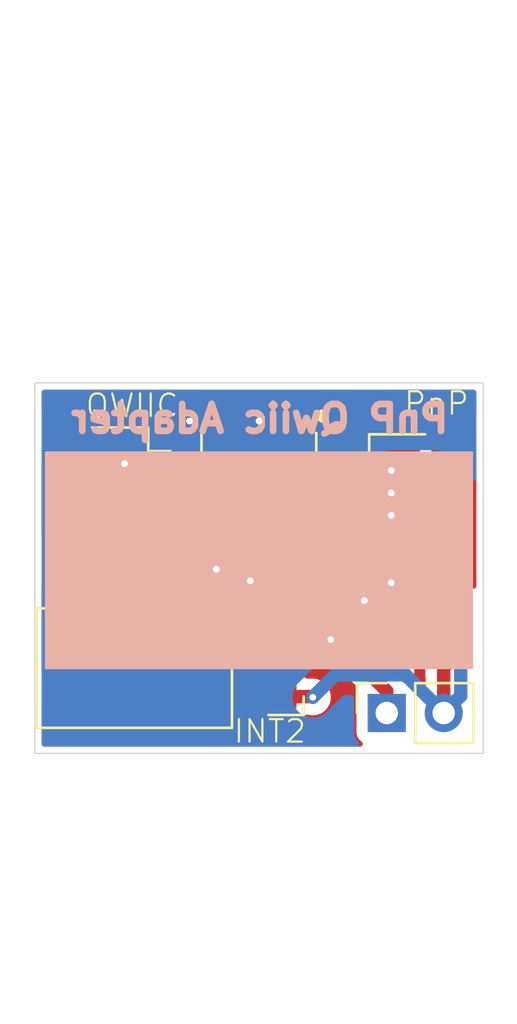
<source format=kicad_pcb>
(kicad_pcb (version 20240108) (generator "pcbnew") (generator_version "8.0")
  (title_block (title "PlugAndPlay QWIIC adapter") (date "2025-05-18") (rev "2") (company "A.B. Yazamut"))
  (layers (0 "F.Cu" signal) (31 "B.Cu" signal) (34 "B.Paste" user) (35 "F.Paste" user) (36 "B.SilkS" user "B.Silkscreen") (37 "F.SilkS" user "F.Silkscreen") (38 "B.Mask" user) (39 "F.Mask" user) (44 "Edge.Cuts" user))
  (net 0 "")
  (net 1 "VCC")
  (net 2 "GND")
  (net 3 "INT1")
  (net 4 "SDA")
  (net 5 "SCL")
  (net 6 "INT2")
  (footprint "Resistor_SMD:R_0603_1608Metric" (layer "F.Cu") (at 108 51.3)
    (property "Reference" "R1" (hide yes))
    (property "Value" "10K" (hide yes))
    (fp_line (start -0.237258 -0.5225) (end 0.237258 -0.5225) (stroke (width 0.12)) (layer "F.SilkS"))
    (fp_line (start -0.237258 0.5225) (end 0.237258 0.5225) (stroke (width 0.12)) (layer "F.SilkS"))
    (pad "1" smd roundrect (at -0.825 0) (size 0.8 0.95) (layers "F.Cu" "F.Paste" "F.Mask") (net 1 "VCC"))
    (pad "2" smd roundrect (at 0.825 0) (size 0.8 0.95) (layers "F.Cu" "F.Paste" "F.Mask") (net 6 "INT2"))
  )
  (footprint "Resistor_SMD:R_0603_1608Metric" (layer "F.Cu") (at 104.9 51.3 180)
    (property "Reference" "R2" (hide yes))
    (property "Value" "10K" (hide yes))
    (fp_line (start -0.237258 0.5225) (end 0.237258 0.5225) (stroke (width 0.12)) (layer "F.SilkS"))
    (fp_line (start -0.237258 -0.5225) (end 0.237258 -0.5225) (stroke (width 0.12)) (layer "F.SilkS"))
    (pad "1" smd roundrect (at -0.825 0 180) (size 0.8 0.95) (layers "F.Cu" "F.Paste" "F.Mask") (net 1 "VCC"))
    (pad "2" smd roundrect (at 0.825 0 180) (size 0.8 0.95) (layers "F.Cu" "F.Paste" "F.Mask") (net 3 "INT1"))
  )
  (footprint "Connector_JST:JST_SH_SM06B-SRSS-TB_1x06-1MP_P1.00mm_Horizontal" (layer "F.Cu") (at 106.7 45.6 90)
    (property "Reference" "J1" (hide yes))
    (property "Value" "JST_SH_SM06B-SRSS-TB_1x06-1MP_P1.00mm_Horizontal")
    (fp_line (start 4.11 -1.785) (end 3.06 -1.785) (stroke (width 0.12)) (layer "F.SilkS"))
    (fp_line (start -3.06 -1.785) (end -3.06 -2.775) (stroke (width 0.12)) (layer "F.SilkS"))
    (fp_line (start -4.11 -1.785) (end -3.06 -1.785) (stroke (width 0.12)) (layer "F.SilkS"))
    (fp_line (start 4.11 0.715) (end 4.11 -1.785) (stroke (width 0.12)) (layer "F.SilkS"))
    (fp_line (start -4.11 0.715) (end -4.11 -1.785) (stroke (width 0.12)) (layer "F.SilkS"))
    (fp_line (start -2.94 2.685) (end 2.94 2.685) (stroke (width 0.12)) (layer "F.SilkS"))
    (pad "1" smd roundrect (at -2.5 -2 90) (size 0.6 1.55) (layers "F.Cu" "F.Paste" "F.Mask") (net 2 "GND"))
    (pad "2" smd roundrect (at -1.5 -2 90) (size 0.6 1.55) (layers "F.Cu" "F.Paste" "F.Mask") (net 1 "VCC"))
    (pad "3" smd roundrect (at -0.5 -2 90) (size 0.6 1.55) (layers "F.Cu" "F.Paste" "F.Mask") (net 4 "SDA"))
    (pad "4" smd roundrect (at 0.5 -2 90) (size 0.6 1.55) (layers "F.Cu" "F.Paste" "F.Mask") (net 5 "SCL"))
    (pad "5" smd roundrect (at 1.5 -2 90) (size 0.6 1.55) (layers "F.Cu" "F.Paste" "F.Mask") (net 3 "INT1"))
    (pad "6" smd roundrect (at 2.5 -2 90) (size 0.6 1.55) (layers "F.Cu" "F.Paste" "F.Mask") (net 6 "INT2"))
    (pad "MP" smd roundrect (at -3.8 1.875 90) (size 1.2 1.8) (layers "F.Cu" "F.Paste" "F.Mask") (roundrect_rratio 0.208333))
    (pad "MP" smd roundrect (at 3.8 1.875 90) (size 1.2 1.8) (layers "F.Cu" "F.Paste" "F.Mask") (roundrect_rratio 0.208333))
  )
  (footprint "Connector_PinSocket_2.54mm:PinSocket_1x02_P2.54mm_Vertical" (layer "F.Cu") (at 105.7 53.9 90)
    (property "Reference" "J4" (hide yes))
    (property "Value" "Conn_01x02" (hide yes))
    (fp_line (start 1.33 -1.33) (end 1.33 0) (stroke (width 0.12)) (layer "F.SilkS"))
    (fp_line (start 0 -1.33) (end 1.33 -1.33) (stroke (width 0.12)) (layer "F.SilkS"))
    (fp_line (start 1.33 1.27) (end 1.33 3.87) (stroke (width 0.12)) (layer "F.SilkS"))
    (fp_line (start -1.33 1.27) (end 1.33 1.27) (stroke (width 0.12)) (layer "F.SilkS"))
    (fp_line (start -1.33 1.27) (end -1.33 3.87) (stroke (width 0.12)) (layer "F.SilkS"))
    (fp_line (start -1.33 3.87) (end 1.33 3.87) (stroke (width 0.12)) (layer "F.SilkS"))
    (pad "1" thru_hole rect (at 0 0 90) (size 1.7 1.7) (drill 1) (layers "*.Cu" "*.Mask") (net 3 "INT1"))
    (pad "2" thru_hole oval (at 0 2.54 90) (size 1.7 1.7) (drill 1) (layers "*.Cu" "*.Mask") (net 6 "INT2"))
  )
  (footprint "Capacitor_SMD:C_0603_1608Metric" (layer "F.Cu") (at 101.3 47.8 180)
    (property "Reference" "C1" (hide yes))
    (property "Value" "0.1uF")
    (fp_line (start -0.14058 0.51) (end 0.14058 0.51) (stroke (width 0.12)) (layer "F.SilkS"))
    (fp_line (start -0.14058 -0.51) (end 0.14058 -0.51) (stroke (width 0.12)) (layer "F.SilkS"))
    (pad "1" smd roundrect (at -0.775 0 180) (size 0.9 0.95) (layers "F.Cu" "F.Paste" "F.Mask") (net 1 "VCC"))
    (pad "2" smd roundrect (at 0.775 0 180) (size 0.9 0.95) (layers "F.Cu" "F.Paste" "F.Mask") (net 2 "GND"))
  )
  (footprint "Fiducial:Fiducial_1mm_Mask2mm" (layer "F.Cu") (at 104.9 40.4)
    (property "Reference" "REF**" (hide yes))
    (property "Value" "Fiducial_1mm_Mask2mm" (hide yes))
    (pad "" smd circle (at 0 0) (size 1 1) (layers "F.Cu" "F.Mask") (clearance 0.5))
  )
  (footprint "Package_SO:SOIC-8_3.9x4.9mm_P1.27mm" (layer "F.Cu") (at 99.995 43.375 -90)
    (property "Reference" "U1" (hide yes))
    (property "Value" "M24C02-FMN")
    (fp_line (start 0 2.56) (end -1.95 2.56) (stroke (width 0.12)) (layer "F.SilkS"))
    (fp_line (start 0 2.56) (end 1.95 2.56) (stroke (width 0.12)) (layer "F.SilkS"))
    (fp_line (start 0 -2.56) (end -1.95 -2.56) (stroke (width 0.12)) (layer "F.SilkS"))
    (fp_line (start 0 -2.56) (end 1.95 -2.56) (stroke (width 0.12)) (layer "F.SilkS"))
    (fp_poly (pts (xy -2.7 -2.465) (xy -2.94 -2.795) (xy -2.46 -2.795) (xy -2.7 -2.465)) (stroke (width 0.12)) (fill solid) (layer "F.SilkS"))
    (pad "1" smd roundrect (at -2.475 -1.905 270) (size 1.95 0.6) (layers "F.Cu" "F.Paste" "F.Mask") (net 2 "GND"))
    (pad "2" smd roundrect (at -2.475 -0.635 270) (size 1.95 0.6) (layers "F.Cu" "F.Paste" "F.Mask") (net 2 "GND"))
    (pad "3" smd roundrect (at -2.475 0.635 270) (size 1.95 0.6) (layers "F.Cu" "F.Paste" "F.Mask") (net 2 "GND"))
    (pad "4" smd roundrect (at -2.475 1.905 270) (size 1.95 0.6) (layers "F.Cu" "F.Paste" "F.Mask") (net 2 "GND"))
    (pad "5" smd roundrect (at 2.475 1.905 270) (size 1.95 0.6) (layers "F.Cu" "F.Paste" "F.Mask") (net 4 "SDA"))
    (pad "6" smd roundrect (at 2.475 0.635 270) (size 1.95 0.6) (layers "F.Cu" "F.Paste" "F.Mask") (net 5 "SCL"))
    (pad "7" smd roundrect (at 2.475 -0.635 270) (size 1.95 0.6) (layers "F.Cu" "F.Paste" "F.Mask") (net 2 "GND"))
    (pad "8" smd roundrect (at 2.475 -1.905 270) (size 1.95 0.6) (layers "F.Cu" "F.Paste" "F.Mask") (net 1 "VCC"))
  )
  (footprint "Library:PinHeader_1x02_P2.54mm_Horizontal_SMD" (layer "F.Cu") (at 94.9 50.63 180)
    (property "Reference" "J3" (hide yes))
    (property "Value" "~")
    (fp_line (start 4.82 1.39) (end -3.895 1.39) (stroke (width 0.12)) (layer "F.SilkS"))
    (fp_line (start 4.82 -3.93) (end 4.82 1.39) (stroke (width 0.12)) (layer "F.SilkS"))
    (fp_line (start -3.895 1.39) (end -3.895 -3.93) (stroke (width 0.12)) (layer "F.SilkS"))
    (fp_line (start -3.895 -3.93) (end 4.82 -3.93) (stroke (width 0.12)) (layer "F.SilkS"))
    (fp_line (start -7.095 -2.54) (end -7.095 -3.36) (stroke (width 0.12)) (layer "F.SilkS"))
    (fp_line (start -7.095 -3.36) (end -5.525 -3.36) (stroke (width 0.12)) (layer "F.SilkS"))
    (pad "1" smd rect (at -5.525 -2.54 180) (size 2.5 1) (layers "F.Cu" "F.Paste" "F.Mask") (net 6 "INT2"))
    (pad "2" smd rect (at -5.525 0 180) (size 2.5 1) (layers "F.Cu" "F.Paste" "F.Mask") (net 3 "INT1"))
  )
  (footprint "Fiducial:Fiducial_1mm_Mask2mm" (layer "F.Cu") (at 91.3 52.8)
    (property "Reference" "REF**" (hide yes))
    (property "Value" "Fiducial_1mm_Mask2mm" (hide yes))
    (pad "" smd circle (at 0 0) (size 1 1) (layers "F.Cu" "F.Mask") (clearance 0.5))
  )
  (footprint "Connector_JST:JST_SH_SM04B-SRSS-TB_1x04-1MP_P1.00mm_Horizontal" (layer "F.Cu") (at 93.275 44.3 -90)
    (property "Reference" "J2" (hide yes))
    (property "Value" "JST_SH_SM04B-SRSS-TB_1x04-1MP_P1.00mm_Horizontal")
    (fp_line (start -1.94 2.685) (end 1.94 2.685) (stroke (width 0.12)) (layer "F.SilkS"))
    (fp_line (start -3.11 0.715) (end -3.11 -1.785) (stroke (width 0.12)) (layer "F.SilkS"))
    (fp_line (start 3.11 0.715) (end 3.11 -1.785) (stroke (width 0.12)) (layer "F.SilkS"))
    (fp_line (start -3.11 -1.785) (end -2.06 -1.785) (stroke (width 0.12)) (layer "F.SilkS"))
    (fp_line (start -2.06 -1.785) (end -2.06 -2.775) (stroke (width 0.12)) (layer "F.SilkS"))
    (fp_line (start 3.11 -1.785) (end 2.06 -1.785) (stroke (width 0.12)) (layer "F.SilkS"))
    (pad "1" smd roundrect (at -1.5 -2 270) (size 0.6 1.55) (layers "F.Cu" "F.Paste" "F.Mask") (net 2 "GND"))
    (pad "2" smd roundrect (at -0.5 -2 270) (size 0.6 1.55) (layers "F.Cu" "F.Paste" "F.Mask") (net 1 "VCC"))
    (pad "3" smd roundrect (at 0.5 -2 270) (size 0.6 1.55) (layers "F.Cu" "F.Paste" "F.Mask") (net 4 "SDA"))
    (pad "4" smd roundrect (at 1.5 -2 270) (size 0.6 1.55) (layers "F.Cu" "F.Paste" "F.Mask") (net 5 "SCL"))
    (pad "MP" smd roundrect (at -2.8 1.875 270) (size 1.2 1.8) (layers "F.Cu" "F.Paste" "F.Mask") (roundrect_rratio 0.208333))
    (pad "MP" smd roundrect (at 2.8 1.875 270) (size 1.2 1.8) (layers "F.Cu" "F.Paste" "F.Mask") (roundrect_rratio 0.208333))
  )
  (gr_rect (start 90.5 42.3) (end 109.5 51.9) (stroke (width 0.1)) (fill solid) (layer "B.SilkS"))
  (gr_line (start 90 55.7) (end 110 55.7) (stroke (width 0.05)) (layer "Edge.Cuts"))
  (gr_line (start 110 39.2) (end 110 55.7) (stroke (width 0.05)) (layer "Edge.Cuts"))
  (gr_line (start 90 39.2) (end 110 39.2) (stroke (width 0.05)) (layer "Edge.Cuts"))
  (gr_line (start 90 39.2) (end 90 55.7) (stroke (width 0.05)) (layer "Edge.Cuts"))
  (gr_text "PnP Qwiic Adapter" (at 108.6 41.5 0) (layer "B.SilkS") (effects (font (size 1.2 1.2) (thickness 0.3) (bold yes)) (justify left bottom mirror)))
  (gr_text "PnP" (at 106.4 40.7 0) (layer "F.SilkS") (effects (font (size 1 1) (thickness 0.1)) (justify left bottom)))
  (gr_text "INT2" (at 98.8 55.3 0) (layer "F.SilkS") (effects (font (size 1 1) (thickness 0.1)) (justify left bottom)))
  (gr_text "QWIIC" (at 92.2 40.8 0) (layer "F.SilkS") (effects (font (size 1 1) (thickness 0.1)) (justify left bottom)))
  (gr_text "INT1" (at 98.9 49.9 0) (layer "F.SilkS") (effects (font (size 1 1) (thickness 0.1)) (justify left bottom)))
  (segment (start 101.9 45.85) (end 101.9 47.625) (width 0.6) (layer "F.Cu") (net 1))
  (segment (start 106.9 47.6) (end 106.9 49.9) (width 0.6) (layer "F.Cu") (net 1))
  (segment (start 103.7 47.1) (end 103 47.8) (width 0.6) (layer "F.Cu") (net 1))
  (segment (start 106.9 49.9) (end 105.9 49.9) (width 0.6) (layer "F.Cu") (net 1))
  (segment (start 105.725 50.175) (end 105.725 51.3) (width 0.6) (layer "F.Cu") (net 1))
  (segment (start 107.175 51.3) (end 105.8 51.3) (width 0.6) (layer "F.Cu") (net 1))
  (segment (start 106.4 47.1) (end 106.9 47.6) (width 0.6) (layer "F.Cu") (net 1))
  (segment (start 103 47.8) (end 102.075 47.8) (width 0.6) (layer "F.Cu") (net 1))
  (segment (start 105.9 50) (end 105.725 50.175) (width 0.6) (layer "F.Cu") (net 1))
  (segment (start 107.175 50.175) (end 106.9 49.9) (width 0.6) (layer "F.Cu") (net 1))
  (segment (start 95.275 43.8) (end 93.6 43.8) (width 0.6) (layer "F.Cu") (net 1))
  (segment (start 101.9 47.625) (end 102.075 47.8) (width 0.6) (layer "F.Cu") (net 1))
  (segment (start 104.7 47.1) (end 103.7 47.1) (width 0.6) (layer "F.Cu") (net 1))
  (segment (start 95.275 43.8) (end 97.1 43.8) (width 0.6) (layer "F.Cu") (net 1))
  (segment (start 104.7 47.1) (end 106.4 47.1) (width 0.6) (layer "F.Cu") (net 1))
  (segment (start 105.9 49.9) (end 105.9 50) (width 0.6) (layer "F.Cu") (net 1))
  (segment (start 107.175 51.3) (end 107.175 50.175) (width 0.6) (layer "F.Cu") (net 1))
  (segment (start 100 40.9) (end 98.09 40.9) (width 0.6) (layer "F.Cu") (net 2))
  (segment (start 99.615686 48.015686) (end 99.831372 47.8) (width 0.6) (layer "F.Cu") (net 2))
  (segment (start 99.831372 47.8) (end 100.525 47.8) (width 0.6) (layer "F.Cu") (net 2))
  (segment (start 96.9 42.3) (end 96.4 42.8) (width 0.6) (layer "F.Cu") (net 2))
  (segment (start 100.63 45.85) (end 100.63 47.695) (width 0.6) (layer "F.Cu") (net 2))
  (segment (start 100.63 47.695) (end 100.525 47.8) (width 0.6) (layer "F.Cu") (net 2))
  (segment (start 101.9 40.9) (end 100 40.9) (width 0.6) (layer "F.Cu") (net 2))
  (segment (start 104.7 48.1) (end 105.9 48.1) (width 0.6) (layer "F.Cu") (net 2))
  (segment (start 96.9 40.9) (end 98.09 40.9) (width 0.6) (layer "F.Cu") (net 2))
  (segment (start 96.4 42.8) (end 95.375 42.8) (width 0.6) (layer "F.Cu") (net 2))
  (segment (start 104.7 48.1) (end 104.7 48.9) (width 0.6) (layer "F.Cu") (net 2))
  (segment (start 96.9 40.9) (end 96.9 42.3) (width 0.6) (layer "F.Cu") (net 2))
  (segment (start 95.275 42.8) (end 94 42.8) (width 0.6) (layer "F.Cu") (net 2))
  (via (at 94 42.8) (size 0.5) (drill 0.3) (layers "F.Cu" "B.Cu") (net 2))
  (via (at 100 40.9) (size 0.5) (drill 0.3) (layers "F.Cu" "B.Cu") (net 2))
  (via (at 99.615686 48.015686) (size 0.5) (drill 0.3) (layers "F.Cu" "B.Cu") (net 2))
  (via (at 105.9 48.1) (size 0.5) (drill 0.3) (layers "F.Cu" "B.Cu") (net 2))
  (via (at 104.7 48.9) (size 0.5) (drill 0.3) (layers "F.Cu" "B.Cu") (net 2))
  (via (at 96.9 40.9) (size 0.5) (drill 0.3) (layers "F.Cu" "B.Cu") (net 2))
  (segment (start 100.425 50.63) (end 103.2 50.63) (width 0.6) (layer "F.Cu") (net 3))
  (segment (start 103.405 50.63) (end 104.075 51.3) (width 0.6) (layer "F.Cu") (net 3))
  (segment (start 104.7 44.1) (end 105.9 44.1) (width 0.6) (layer "F.Cu") (net 3))
  (segment (start 105.7 53.9) (end 105.7 52.925) (width 0.6) (layer "F.Cu") (net 3))
  (segment (start 103.2 50.63) (end 103.405 50.63) (width 0.6) (layer "F.Cu") (net 3))
  (segment (start 105.7 52.925) (end 104.075 51.3) (width 0.6) (layer "F.Cu") (net 3))
  (via (at 105.9 44.1) (size 0.5) (drill 0.3) (layers "F.Cu" "B.Cu") (net 3))
  (via (at 103.2 50.63) (size 0.5) (drill 0.3) (layers "F.Cu" "B.Cu") (net 3))
  (segment (start 107 44.1) (end 107.8 44.9) (width 0.6) (layer "B.Cu") (net 3))
  (segment (start 107.07 50.63) (end 103.2 50.63) (width 0.6) (layer "B.Cu") (net 3))
  (segment (start 107.8 49.9) (end 107.07 50.63) (width 0.6) (layer "B.Cu") (net 3))
  (segment (start 107.8 44.9) (end 107.8 49.9) (width 0.6) (layer "B.Cu") (net 3))
  (segment (start 105.9 44.1) (end 107 44.1) (width 0.6) (layer "B.Cu") (net 3))
  (segment (start 98.09 44.89) (end 97.9 44.7) (width 0.6) (layer "F.Cu") (net 4))
  (segment (start 102.875 44.375) (end 98.225 44.375) (width 0.6) (layer "F.Cu") (net 4))
  (segment (start 98.09 44.51) (end 98.225 44.375) (width 0.6) (layer "F.Cu") (net 4))
  (segment (start 104.7 46.1) (end 103.925001 46.1) (width 0.6) (layer "F.Cu") (net 4))
  (segment (start 98.225 44.375) (end 97.9 44.7) (width 0.6) (layer "F.Cu") (net 4))
  (segment (start 98.09 45.85) (end 98.09 44.89) (width 0.6) (layer "F.Cu") (net 4))
  (segment (start 97.9 44.7) (end 97.8 44.8) (width 0.6) (layer "F.Cu") (net 4))
  (segment (start 103.925001 46.1) (end 103 45.174999) (width 0.6) (layer "F.Cu") (net 4))
  (segment (start 103 44.5) (end 102.875 44.375) (width 0.6) (layer "F.Cu") (net 4))
  (segment (start 103 45.174999) (end 103 44.5) (width 0.6) (layer "F.Cu") (net 4))
  (segment (start 97.8 44.8) (end 95.375 44.8) (width 0.6) (layer "F.Cu") (net 4))
  (segment (start 98.09 45.85) (end 98.09 44.51) (width 0.6) (layer "F.Cu") (net 4))
  (segment (start 104.7 45.1) (end 105.9 45.1) (width 0.6) (layer "F.Cu") (net 5))
  (segment (start 99.36 47.14) (end 99.36 45.85) (width 0.6) (layer "F.Cu") (net 5))
  (segment (start 95.375 45.8) (end 96.6 45.8) (width 0.6) (layer "F.Cu") (net 5))
  (segment (start 99 47.5) (end 99.36 47.14) (width 0.6) (layer "F.Cu") (net 5))
  (segment (start 97 47.2) (end 97.3 47.5) (width 0.6) (layer "F.Cu") (net 5))
  (segment (start 97 46.2) (end 97 47.2) (width 0.6) (layer "F.Cu") (net 5))
  (segment (start 97.3 47.5) (end 99 47.5) (width 0.6) (layer "F.Cu") (net 5))
  (segment (start 96.6 45.8) (end 97 46.2) (width 0.6) (layer "F.Cu") (net 5))
  (via (at 98.1 47.5) (size 0.5) (drill 0.3) (layers "F.Cu" "B.Cu") (net 5))
  (via (at 105.9 45.1) (size 0.5) (drill 0.3) (layers "F.Cu" "B.Cu") (net 5))
  (segment (start 105.9 45.1) (end 100.5 45.1) (width 0.6) (layer "B.Cu") (net 5))
  (segment (start 100.5 45.1) (end 98.1 47.5) (width 0.6) (layer "B.Cu") (net 5))
  (segment (start 104.7 43.1) (end 105.9 43.1) (width 0.6) (layer "F.Cu") (net 6))
  (segment (start 100.425 53.17) (end 102.37 53.17) (width 0.6) (layer "F.Cu") (net 6))
  (segment (start 108.24 51.885) (end 108.825 51.3) (width 0.6) (layer "F.Cu") (net 6))
  (segment (start 108.24 53.9) (end 108.24 51.885) (width 0.6) (layer "F.Cu") (net 6))
  (segment (start 102.37 53.17) (end 102.4 53.2) (width 0.6) (layer "F.Cu") (net 6))
  (via (at 105.9 43.1) (size 0.5) (drill 0.3) (layers "F.Cu" "B.Cu") (net 6))
  (via (at 102.4 53.2) (size 0.5) (drill 0.3) (layers "F.Cu" "B.Cu") (net 6))
  (segment (start 103.4 52.2) (end 106.54 52.2) (width 0.6) (layer "B.Cu") (net 6))
  (segment (start 102.4 53.2) (end 103.4 52.2) (width 0.6) (layer "B.Cu") (net 6))
  (segment (start 105.9 43.1) (end 107.8 43.1) (width 0.6) (layer "B.Cu") (net 6))
  (segment (start 107.8 43.1) (end 109 44.3) (width 0.6) (layer "B.Cu") (net 6))
  (segment (start 109 44.3) (end 109 53.14) (width 0.6) (layer "B.Cu") (net 6))
  (segment (start 106.54 52.2) (end 108.24 53.9) (width 0.6) (layer "B.Cu") (net 6))
  (segment (start 109 53.14) (end 108.24 53.9) (width 0.6) (layer "B.Cu") (net 6))
  (zone (net 1) (net_name "VCC") (layer "F.Cu") (name "VCC") (priority 1) (connect_pads (clearance 0.5)) (min_thickness 0.25) (fill yes (thermal_gap 0.5) (thermal_bridge_width 0.5))
    (polygon (pts (xy 110 55.7) (xy 90 55.7) (xy 90 39.2) (xy 110 39.2)))
  )
  (zone (net 2) (net_name "GND") (layer "B.Cu") (name "GND") (connect_pads (clearance 0.6)) (min_thickness 0.25) (fill yes (thermal_gap 0.5) (thermal_bridge_width 0.5))
    (polygon (pts (xy 90 39.2) (xy 90 55.7) (xy 110 55.7) (xy 110 39.2)))
  )
)
</source>
